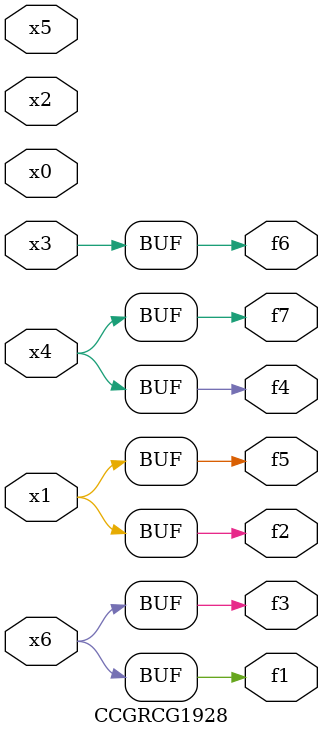
<source format=v>
module CCGRCG1928(
	input x0, x1, x2, x3, x4, x5, x6,
	output f1, f2, f3, f4, f5, f6, f7
);
	assign f1 = x6;
	assign f2 = x1;
	assign f3 = x6;
	assign f4 = x4;
	assign f5 = x1;
	assign f6 = x3;
	assign f7 = x4;
endmodule

</source>
